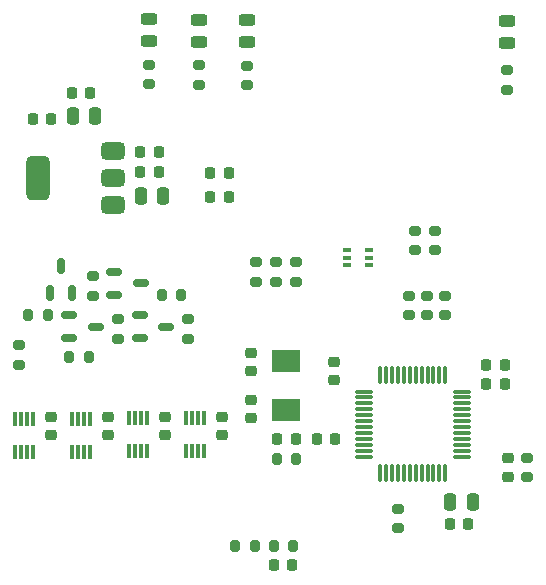
<source format=gbr>
%TF.GenerationSoftware,KiCad,Pcbnew,9.0.4-1.fc42*%
%TF.CreationDate,2025-09-30T21:00:36+03:00*%
%TF.ProjectId,bmp_x6,626d705f-7836-42e6-9b69-6361645f7063,rev?*%
%TF.SameCoordinates,Original*%
%TF.FileFunction,Paste,Top*%
%TF.FilePolarity,Positive*%
%FSLAX46Y46*%
G04 Gerber Fmt 4.6, Leading zero omitted, Abs format (unit mm)*
G04 Created by KiCad (PCBNEW 9.0.4-1.fc42) date 2025-09-30 21:00:36*
%MOMM*%
%LPD*%
G01*
G04 APERTURE LIST*
G04 Aperture macros list*
%AMRoundRect*
0 Rectangle with rounded corners*
0 $1 Rounding radius*
0 $2 $3 $4 $5 $6 $7 $8 $9 X,Y pos of 4 corners*
0 Add a 4 corners polygon primitive as box body*
4,1,4,$2,$3,$4,$5,$6,$7,$8,$9,$2,$3,0*
0 Add four circle primitives for the rounded corners*
1,1,$1+$1,$2,$3*
1,1,$1+$1,$4,$5*
1,1,$1+$1,$6,$7*
1,1,$1+$1,$8,$9*
0 Add four rect primitives between the rounded corners*
20,1,$1+$1,$2,$3,$4,$5,0*
20,1,$1+$1,$4,$5,$6,$7,0*
20,1,$1+$1,$6,$7,$8,$9,0*
20,1,$1+$1,$8,$9,$2,$3,0*%
G04 Aperture macros list end*
%ADD10RoundRect,0.225000X-0.225000X-0.250000X0.225000X-0.250000X0.225000X0.250000X-0.225000X0.250000X0*%
%ADD11RoundRect,0.225000X0.225000X0.250000X-0.225000X0.250000X-0.225000X-0.250000X0.225000X-0.250000X0*%
%ADD12RoundRect,0.200000X-0.275000X0.200000X-0.275000X-0.200000X0.275000X-0.200000X0.275000X0.200000X0*%
%ADD13RoundRect,0.200000X0.275000X-0.200000X0.275000X0.200000X-0.275000X0.200000X-0.275000X-0.200000X0*%
%ADD14RoundRect,0.087500X-0.087500X0.537500X-0.087500X-0.537500X0.087500X-0.537500X0.087500X0.537500X0*%
%ADD15RoundRect,0.250000X-0.250000X-0.475000X0.250000X-0.475000X0.250000X0.475000X-0.250000X0.475000X0*%
%ADD16RoundRect,0.225000X0.250000X-0.225000X0.250000X0.225000X-0.250000X0.225000X-0.250000X-0.225000X0*%
%ADD17RoundRect,0.243750X-0.456250X0.243750X-0.456250X-0.243750X0.456250X-0.243750X0.456250X0.243750X0*%
%ADD18RoundRect,0.218750X0.218750X0.256250X-0.218750X0.256250X-0.218750X-0.256250X0.218750X-0.256250X0*%
%ADD19RoundRect,0.225000X-0.250000X0.225000X-0.250000X-0.225000X0.250000X-0.225000X0.250000X0.225000X0*%
%ADD20RoundRect,0.150000X-0.512500X-0.150000X0.512500X-0.150000X0.512500X0.150000X-0.512500X0.150000X0*%
%ADD21RoundRect,0.200000X-0.200000X-0.275000X0.200000X-0.275000X0.200000X0.275000X-0.200000X0.275000X0*%
%ADD22RoundRect,0.375000X0.625000X0.375000X-0.625000X0.375000X-0.625000X-0.375000X0.625000X-0.375000X0*%
%ADD23RoundRect,0.500000X0.500000X1.400000X-0.500000X1.400000X-0.500000X-1.400000X0.500000X-1.400000X0*%
%ADD24RoundRect,0.100000X0.225000X0.100000X-0.225000X0.100000X-0.225000X-0.100000X0.225000X-0.100000X0*%
%ADD25RoundRect,0.200000X0.200000X0.275000X-0.200000X0.275000X-0.200000X-0.275000X0.200000X-0.275000X0*%
%ADD26RoundRect,0.075000X-0.662500X-0.075000X0.662500X-0.075000X0.662500X0.075000X-0.662500X0.075000X0*%
%ADD27RoundRect,0.075000X-0.075000X-0.662500X0.075000X-0.662500X0.075000X0.662500X-0.075000X0.662500X0*%
%ADD28R,2.400000X1.900000*%
%ADD29RoundRect,0.150000X0.150000X-0.512500X0.150000X0.512500X-0.150000X0.512500X-0.150000X-0.512500X0*%
G04 APERTURE END LIST*
D10*
%TO.C,C10*%
X68213800Y-51830200D03*
X69763800Y-51830200D03*
%TD*%
D11*
%TO.C,C8*%
X31359000Y-29402000D03*
X29809000Y-29402000D03*
%TD*%
D12*
%TO.C,R12*%
X52072400Y-41556400D03*
X52072400Y-43206400D03*
%TD*%
%TO.C,R4*%
X63883400Y-38877200D03*
X63883400Y-40527200D03*
%TD*%
D13*
%TO.C,R15*%
X39651800Y-26494500D03*
X39651800Y-24844500D03*
%TD*%
D10*
%TO.C,C15*%
X50510000Y-56554600D03*
X52060000Y-56554600D03*
%TD*%
D14*
%TO.C,U6*%
X29814000Y-54796000D03*
X29314000Y-54796000D03*
X28814000Y-54796000D03*
X28314000Y-54796000D03*
X28314000Y-57596000D03*
X28814000Y-57596000D03*
X29314000Y-57596000D03*
X29814000Y-57596000D03*
%TD*%
D13*
%TO.C,R11*%
X60733800Y-64085200D03*
X60733800Y-62435200D03*
%TD*%
D15*
%TO.C,C9*%
X65143200Y-61812400D03*
X67043200Y-61812400D03*
%TD*%
D14*
%TO.C,U5*%
X44280000Y-54752400D03*
X43780000Y-54752400D03*
X43280000Y-54752400D03*
X42780000Y-54752400D03*
X42780000Y-57552400D03*
X43280000Y-57552400D03*
X43780000Y-57552400D03*
X44280000Y-57552400D03*
%TD*%
D16*
%TO.C,C17*%
X48250000Y-54775000D03*
X48250000Y-53225000D03*
%TD*%
D17*
%TO.C,D1*%
X69979400Y-21085900D03*
X69979400Y-22960900D03*
%TD*%
D16*
%TO.C,C20*%
X45816000Y-56209000D03*
X45816000Y-54659000D03*
%TD*%
D13*
%TO.C,R16*%
X43868200Y-26522200D03*
X43868200Y-24872200D03*
%TD*%
D18*
%TO.C,FB1*%
X46383000Y-34006000D03*
X44808000Y-34006000D03*
%TD*%
D16*
%TO.C,C19*%
X36164000Y-56209000D03*
X36164000Y-54659000D03*
%TD*%
D19*
%TO.C,C16*%
X48250000Y-49225000D03*
X48250000Y-50775000D03*
%TD*%
D20*
%TO.C,Q3*%
X36680000Y-42400500D03*
X36680000Y-44300500D03*
X38955000Y-43350500D03*
%TD*%
D13*
%TO.C,R2*%
X69979400Y-26937800D03*
X69979400Y-25287800D03*
%TD*%
D14*
%TO.C,U4*%
X34628000Y-54796000D03*
X34128000Y-54796000D03*
X33628000Y-54796000D03*
X33128000Y-54796000D03*
X33128000Y-57596000D03*
X33628000Y-57596000D03*
X34128000Y-57596000D03*
X34628000Y-57596000D03*
%TD*%
D21*
%TO.C,R22*%
X32883200Y-49569600D03*
X34533200Y-49569600D03*
%TD*%
D22*
%TO.C,U3*%
X36553400Y-36731200D03*
X36553400Y-34431200D03*
D23*
X30253400Y-34431200D03*
D22*
X36553400Y-32131200D03*
%TD*%
D18*
%TO.C,FB2*%
X46383000Y-36006000D03*
X44808000Y-36006000D03*
%TD*%
D12*
%TO.C,R13*%
X50370600Y-41556400D03*
X50370600Y-43206400D03*
%TD*%
D24*
%TO.C,U8*%
X58300000Y-41800000D03*
X58300000Y-41150000D03*
X58300000Y-40500000D03*
X56400000Y-40500000D03*
X56400000Y-41150000D03*
X56400000Y-41800000D03*
%TD*%
D10*
%TO.C,C12*%
X68213800Y-50230000D03*
X69763800Y-50230000D03*
%TD*%
D12*
%TO.C,R19*%
X34871100Y-42754100D03*
X34871100Y-44404100D03*
%TD*%
D15*
%TO.C,C3*%
X38940900Y-35931200D03*
X40840900Y-35931200D03*
%TD*%
D21*
%TO.C,R21*%
X29423300Y-46042900D03*
X31073300Y-46042900D03*
%TD*%
D12*
%TO.C,R14*%
X48668800Y-41556400D03*
X48668800Y-43206400D03*
%TD*%
D17*
%TO.C,D2*%
X39651800Y-20982000D03*
X39651800Y-22857000D03*
%TD*%
D13*
%TO.C,R17*%
X47902600Y-26560100D03*
X47902600Y-24910100D03*
%TD*%
D16*
%TO.C,C21*%
X40978000Y-56209000D03*
X40978000Y-54659000D03*
%TD*%
D13*
%TO.C,R6*%
X61622800Y-46025800D03*
X61622800Y-44375800D03*
%TD*%
%TO.C,R3*%
X62133400Y-40527200D03*
X62133400Y-38877200D03*
%TD*%
D10*
%TO.C,C13*%
X65140400Y-63742800D03*
X66690400Y-63742800D03*
%TD*%
D17*
%TO.C,D4*%
X47902600Y-21009700D03*
X47902600Y-22884700D03*
%TD*%
D13*
%TO.C,R24*%
X42973700Y-48036300D03*
X42973700Y-46386300D03*
%TD*%
D10*
%TO.C,C7*%
X33111000Y-27181200D03*
X34661000Y-27181200D03*
%TD*%
D25*
%TO.C,R9*%
X48579400Y-65546200D03*
X46929400Y-65546200D03*
%TD*%
D12*
%TO.C,R18*%
X28602800Y-48566800D03*
X28602800Y-50216800D03*
%TD*%
D11*
%TO.C,C11*%
X55387400Y-56529200D03*
X53837400Y-56529200D03*
%TD*%
D13*
%TO.C,R1*%
X71655800Y-59767200D03*
X71655800Y-58117200D03*
%TD*%
D21*
%TO.C,R20*%
X40700900Y-44341100D03*
X42350900Y-44341100D03*
%TD*%
D13*
%TO.C,R5*%
X63146800Y-46025800D03*
X63146800Y-44375800D03*
%TD*%
D19*
%TO.C,C1*%
X70030200Y-58154200D03*
X70030200Y-59704200D03*
%TD*%
D13*
%TO.C,R23*%
X37030100Y-48010900D03*
X37030100Y-46360900D03*
%TD*%
D10*
%TO.C,C5*%
X38903400Y-32181200D03*
X40453400Y-32181200D03*
%TD*%
D17*
%TO.C,D3*%
X43868200Y-21009700D03*
X43868200Y-22884700D03*
%TD*%
D20*
%TO.C,Q1*%
X32870000Y-46044000D03*
X32870000Y-47944000D03*
X35145000Y-46994000D03*
%TD*%
D14*
%TO.C,U7*%
X39442000Y-54767600D03*
X38942000Y-54767600D03*
X38442000Y-54767600D03*
X37942000Y-54767600D03*
X37942000Y-57567600D03*
X38442000Y-57567600D03*
X38942000Y-57567600D03*
X39442000Y-57567600D03*
%TD*%
D16*
%TO.C,C2*%
X31338000Y-56196000D03*
X31338000Y-54646000D03*
%TD*%
D20*
%TO.C,Q4*%
X38839000Y-46044000D03*
X38839000Y-47944000D03*
X41114000Y-46994000D03*
%TD*%
D10*
%TO.C,C18*%
X50230600Y-67222600D03*
X51780600Y-67222600D03*
%TD*%
D25*
%TO.C,R7*%
X52110000Y-58180200D03*
X50460000Y-58180200D03*
%TD*%
D26*
%TO.C,U1*%
X57812500Y-52500000D03*
X57812500Y-53000000D03*
X57812500Y-53500000D03*
X57812500Y-54000000D03*
X57812500Y-54500000D03*
X57812500Y-55000000D03*
X57812500Y-55500000D03*
X57812500Y-56000000D03*
X57812500Y-56500000D03*
X57812500Y-57000000D03*
X57812500Y-57500000D03*
X57812500Y-58000000D03*
D27*
X59225000Y-59412500D03*
X59725000Y-59412500D03*
X60225000Y-59412500D03*
X60725000Y-59412500D03*
X61225000Y-59412500D03*
X61725000Y-59412500D03*
X62225000Y-59412500D03*
X62725000Y-59412500D03*
X63225000Y-59412500D03*
X63725000Y-59412500D03*
X64225000Y-59412500D03*
X64725000Y-59412500D03*
D26*
X66137500Y-58000000D03*
X66137500Y-57500000D03*
X66137500Y-57000000D03*
X66137500Y-56500000D03*
X66137500Y-56000000D03*
X66137500Y-55500000D03*
X66137500Y-55000000D03*
X66137500Y-54500000D03*
X66137500Y-54000000D03*
X66137500Y-53500000D03*
X66137500Y-53000000D03*
X66137500Y-52500000D03*
D27*
X64725000Y-51087500D03*
X64225000Y-51087500D03*
X63725000Y-51087500D03*
X63225000Y-51087500D03*
X62725000Y-51087500D03*
X62225000Y-51087500D03*
X61725000Y-51087500D03*
X61225000Y-51087500D03*
X60725000Y-51087500D03*
X60225000Y-51087500D03*
X59725000Y-51087500D03*
X59225000Y-51087500D03*
%TD*%
D28*
%TO.C,Y1*%
X51250000Y-54050000D03*
X51250000Y-49950000D03*
%TD*%
D29*
%TO.C,Q2*%
X31228700Y-44157800D03*
X33128700Y-44157800D03*
X32178700Y-41882800D03*
%TD*%
D25*
%TO.C,R10*%
X51842800Y-65548800D03*
X50192800Y-65548800D03*
%TD*%
D16*
%TO.C,C14*%
X55272800Y-51513000D03*
X55272800Y-49963000D03*
%TD*%
D15*
%TO.C,C6*%
X33190000Y-29181200D03*
X35090000Y-29181200D03*
%TD*%
D10*
%TO.C,C4*%
X38903400Y-33931200D03*
X40453400Y-33931200D03*
%TD*%
D13*
%TO.C,R8*%
X64670800Y-46025800D03*
X64670800Y-44375800D03*
%TD*%
M02*

</source>
